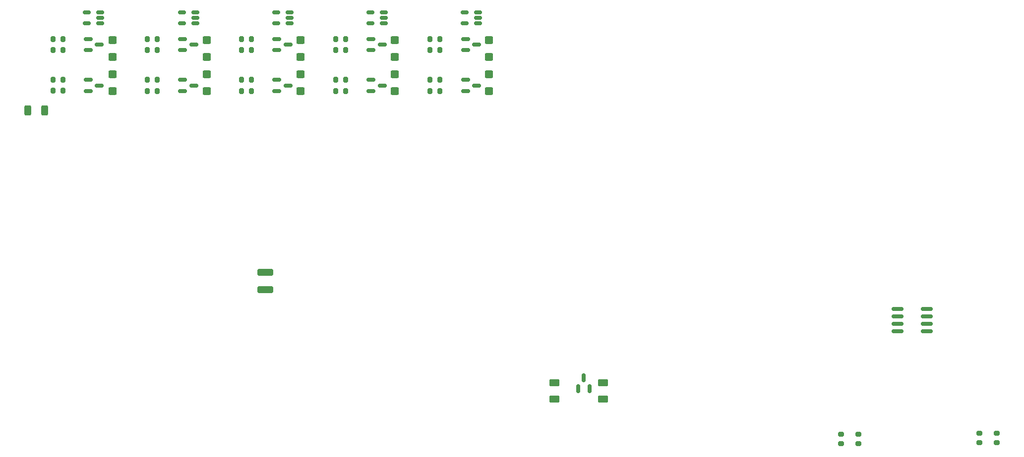
<source format=gbr>
%TF.GenerationSoftware,KiCad,Pcbnew,8.0.1*%
%TF.CreationDate,2024-07-17T10:14:41+07:00*%
%TF.ProjectId,SmartEnergyMag_System,536d6172-7445-46e6-9572-67794d61675f,rev?*%
%TF.SameCoordinates,Original*%
%TF.FileFunction,Paste,Bot*%
%TF.FilePolarity,Positive*%
%FSLAX46Y46*%
G04 Gerber Fmt 4.6, Leading zero omitted, Abs format (unit mm)*
G04 Created by KiCad (PCBNEW 8.0.1) date 2024-07-17 10:14:41*
%MOMM*%
%LPD*%
G01*
G04 APERTURE LIST*
G04 Aperture macros list*
%AMRoundRect*
0 Rectangle with rounded corners*
0 $1 Rounding radius*
0 $2 $3 $4 $5 $6 $7 $8 $9 X,Y pos of 4 corners*
0 Add a 4 corners polygon primitive as box body*
4,1,4,$2,$3,$4,$5,$6,$7,$8,$9,$2,$3,0*
0 Add four circle primitives for the rounded corners*
1,1,$1+$1,$2,$3*
1,1,$1+$1,$4,$5*
1,1,$1+$1,$6,$7*
1,1,$1+$1,$8,$9*
0 Add four rect primitives between the rounded corners*
20,1,$1+$1,$2,$3,$4,$5,0*
20,1,$1+$1,$4,$5,$6,$7,0*
20,1,$1+$1,$6,$7,$8,$9,0*
20,1,$1+$1,$8,$9,$2,$3,0*%
G04 Aperture macros list end*
%ADD10RoundRect,0.200000X-0.200000X-0.275000X0.200000X-0.275000X0.200000X0.275000X-0.200000X0.275000X0*%
%ADD11RoundRect,0.200000X0.200000X0.275000X-0.200000X0.275000X-0.200000X-0.275000X0.200000X-0.275000X0*%
%ADD12RoundRect,0.150000X0.512500X0.150000X-0.512500X0.150000X-0.512500X-0.150000X0.512500X-0.150000X0*%
%ADD13RoundRect,0.150000X-0.587500X-0.150000X0.587500X-0.150000X0.587500X0.150000X-0.587500X0.150000X0*%
%ADD14RoundRect,0.150000X-0.825000X-0.150000X0.825000X-0.150000X0.825000X0.150000X-0.825000X0.150000X0*%
%ADD15RoundRect,0.250000X-0.450000X0.400000X-0.450000X-0.400000X0.450000X-0.400000X0.450000X0.400000X0*%
%ADD16RoundRect,0.200000X0.275000X-0.200000X0.275000X0.200000X-0.275000X0.200000X-0.275000X-0.200000X0*%
%ADD17RoundRect,0.250000X-0.312500X-0.625000X0.312500X-0.625000X0.312500X0.625000X-0.312500X0.625000X0*%
%ADD18RoundRect,0.250000X0.450000X-0.400000X0.450000X0.400000X-0.450000X0.400000X-0.450000X-0.400000X0*%
%ADD19RoundRect,0.250000X0.625000X-0.375000X0.625000X0.375000X-0.625000X0.375000X-0.625000X-0.375000X0*%
%ADD20RoundRect,0.250000X-1.100000X0.325000X-1.100000X-0.325000X1.100000X-0.325000X1.100000X0.325000X0*%
%ADD21RoundRect,0.150000X0.150000X-0.587500X0.150000X0.587500X-0.150000X0.587500X-0.150000X-0.587500X0*%
G04 APERTURE END LIST*
D10*
%TO.C,R103*%
X72600000Y-86850000D03*
X74250000Y-86850000D03*
%TD*%
D11*
%TO.C,R113*%
X106430000Y-79912501D03*
X104780000Y-79912501D03*
%TD*%
D10*
%TO.C,R98*%
X136960000Y-88812501D03*
X138610000Y-88812501D03*
%TD*%
%TO.C,R99*%
X136960000Y-86912501D03*
X138610000Y-86912501D03*
%TD*%
D12*
%TO.C,U29*%
X80620000Y-75350001D03*
X80620000Y-76300000D03*
X80620000Y-77249999D03*
X78345000Y-77249999D03*
X78345000Y-75350001D03*
%TD*%
D13*
%TO.C,Q12*%
X126902500Y-88812501D03*
X126902500Y-86912501D03*
X128777501Y-87862501D03*
%TD*%
D14*
%TO.C,U6*%
X216820962Y-129885962D03*
X216820962Y-128615962D03*
X216820962Y-127345962D03*
X216820962Y-126075962D03*
X221770962Y-126075962D03*
X221770962Y-127345962D03*
X221770962Y-128615962D03*
X221770962Y-129885962D03*
%TD*%
D15*
%TO.C,D53*%
X130935625Y-85937501D03*
X130935625Y-88837501D03*
%TD*%
D16*
%TO.C,R81*%
X230720000Y-148945000D03*
X230720000Y-147295000D03*
%TD*%
D13*
%TO.C,Q10*%
X110812500Y-88812501D03*
X110812500Y-86912501D03*
X112687501Y-87862501D03*
%TD*%
D17*
%TO.C,R83*%
X68257500Y-92150000D03*
X71182500Y-92150000D03*
%TD*%
D16*
%TO.C,R27*%
X210090000Y-149125000D03*
X210090000Y-147475000D03*
%TD*%
D12*
%TO.C,U31*%
X112975000Y-75350001D03*
X112975000Y-76300000D03*
X112975000Y-77249999D03*
X110700000Y-77249999D03*
X110700000Y-75350001D03*
%TD*%
D16*
%TO.C,R82*%
X233710000Y-148945000D03*
X233710000Y-147295000D03*
%TD*%
D11*
%TO.C,R105*%
X74250000Y-79912501D03*
X72600000Y-79912501D03*
%TD*%
D15*
%TO.C,D49*%
X98806875Y-85937501D03*
X98806875Y-88837501D03*
%TD*%
D10*
%TO.C,R106*%
X88690000Y-88812501D03*
X90340000Y-88812501D03*
%TD*%
D13*
%TO.C,Q11*%
X110812500Y-81812501D03*
X110812500Y-79912501D03*
X112687501Y-80862501D03*
%TD*%
D12*
%TO.C,U32*%
X129065000Y-75350001D03*
X129065000Y-76300000D03*
X129065000Y-77249999D03*
X126790000Y-77249999D03*
X126790000Y-75350001D03*
%TD*%
D13*
%TO.C,Q9*%
X94722500Y-81812501D03*
X94722500Y-79912501D03*
X96597501Y-80862501D03*
%TD*%
D15*
%TO.C,D45*%
X147000000Y-85937501D03*
X147000000Y-88837501D03*
%TD*%
D11*
%TO.C,R116*%
X122520000Y-81812501D03*
X120870000Y-81812501D03*
%TD*%
%TO.C,R100*%
X138610000Y-81812501D03*
X136960000Y-81812501D03*
%TD*%
D13*
%TO.C,Q8*%
X94722500Y-88812501D03*
X94722500Y-86912501D03*
X96597501Y-87862501D03*
%TD*%
D11*
%TO.C,R104*%
X74250000Y-81812501D03*
X72600000Y-81812501D03*
%TD*%
D18*
%TO.C,D48*%
X82742499Y-82962500D03*
X82742499Y-80062500D03*
%TD*%
D11*
%TO.C,R112*%
X106430000Y-81812501D03*
X104780000Y-81812501D03*
%TD*%
D10*
%TO.C,R114*%
X120870000Y-88812501D03*
X122520000Y-88812501D03*
%TD*%
%TO.C,R115*%
X120870000Y-86912501D03*
X122520000Y-86912501D03*
%TD*%
D19*
%TO.C,F1*%
X166485000Y-141459999D03*
X166485000Y-138660001D03*
%TD*%
D13*
%TO.C,Q4*%
X142992500Y-88812501D03*
X142992500Y-86912501D03*
X144867501Y-87862501D03*
%TD*%
%TO.C,Q6*%
X78632500Y-88812501D03*
X78632500Y-86912501D03*
X80507501Y-87862501D03*
%TD*%
D12*
%TO.C,U33*%
X145155000Y-75350001D03*
X145155000Y-76300000D03*
X145155000Y-77249999D03*
X142880000Y-77249999D03*
X142880000Y-75350001D03*
%TD*%
D16*
%TO.C,R26*%
X207090000Y-149125000D03*
X207090000Y-147475000D03*
%TD*%
D11*
%TO.C,R108*%
X90340000Y-81812501D03*
X88690000Y-81812501D03*
%TD*%
D10*
%TO.C,R107*%
X88690000Y-86912501D03*
X90340000Y-86912501D03*
%TD*%
D15*
%TO.C,D47*%
X82742500Y-85937501D03*
X82742500Y-88837501D03*
%TD*%
D13*
%TO.C,Q5*%
X142992500Y-81812501D03*
X142992500Y-79912501D03*
X144867501Y-80862501D03*
%TD*%
D12*
%TO.C,U30*%
X96885000Y-75350001D03*
X96885000Y-76300000D03*
X96885000Y-77249999D03*
X94610000Y-77249999D03*
X94610000Y-75350001D03*
%TD*%
D18*
%TO.C,D52*%
X114871249Y-82962500D03*
X114871249Y-80062500D03*
%TD*%
D20*
%TO.C,C71*%
X108870000Y-119824999D03*
X108870000Y-122775001D03*
%TD*%
D18*
%TO.C,D50*%
X98806874Y-82962500D03*
X98806874Y-80062500D03*
%TD*%
D11*
%TO.C,R109*%
X90340000Y-79912501D03*
X88690000Y-79912501D03*
%TD*%
D19*
%TO.C,F3*%
X158175000Y-141459999D03*
X158175000Y-138660001D03*
%TD*%
D10*
%TO.C,R111*%
X104780000Y-86912501D03*
X106430000Y-86912501D03*
%TD*%
D13*
%TO.C,Q13*%
X126902500Y-81812501D03*
X126902500Y-79912501D03*
X128777501Y-80862501D03*
%TD*%
D11*
%TO.C,R101*%
X138610000Y-79912501D03*
X136960000Y-79912501D03*
%TD*%
D21*
%TO.C,D41*%
X164162501Y-139697500D03*
X162262501Y-139697500D03*
X163212501Y-137822499D03*
%TD*%
D18*
%TO.C,D54*%
X130935624Y-82962500D03*
X130935624Y-80062500D03*
%TD*%
D11*
%TO.C,R117*%
X122520000Y-79912501D03*
X120870000Y-79912501D03*
%TD*%
D15*
%TO.C,D51*%
X114871250Y-85937501D03*
X114871250Y-88837501D03*
%TD*%
D10*
%TO.C,R102*%
X72600000Y-88750000D03*
X74250000Y-88750000D03*
%TD*%
D18*
%TO.C,D46*%
X147000000Y-82962500D03*
X147000000Y-80062500D03*
%TD*%
D13*
%TO.C,Q7*%
X78632500Y-81812501D03*
X78632500Y-79912501D03*
X80507501Y-80862501D03*
%TD*%
D10*
%TO.C,R110*%
X104780000Y-88812501D03*
X106430000Y-88812501D03*
%TD*%
M02*

</source>
